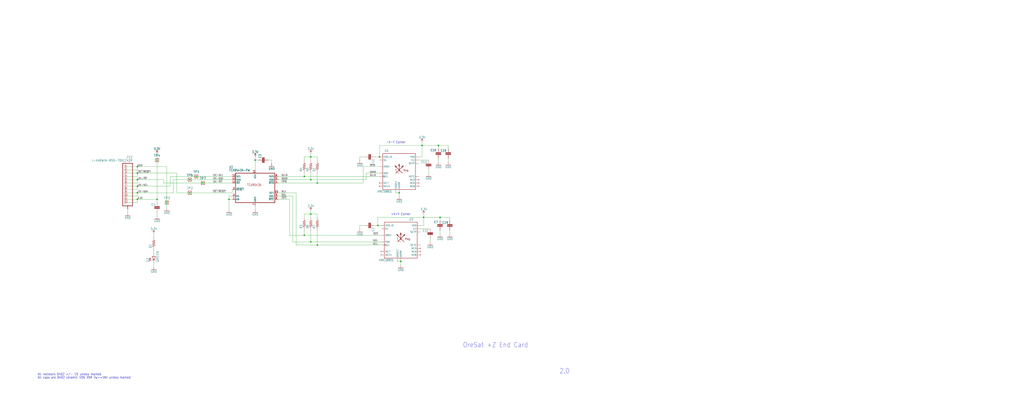
<source format=kicad_sch>
(kicad_sch (version 20211123) (generator eeschema)
  (paper "User" 795.02 317.906)
  (lib_symbols
    (symbol "plusz-end-cap-eagle-import:3.3V" (power)
      (property "Value" "3.3V" (at 0 2.794 0))
      (symbol "3.3V_1_0"
        (polyline (pts (xy 0 2.54) (xy -0.762 1.27)) (stroke (width 0.254)))
        (polyline (pts (xy 0.762 1.27) (xy 0 2.54)) (stroke (width 0.254)))
        (pin power_in line (at 0 0 90) (length 2.54) (name "3.3V") (number "1"))
      )
    )
    (symbol "plusz-end-cap-eagle-import:C-EU0402-B-NOSILK"
      (property "Reference" "C" (at 1.524 0.381 0))
      (property "Value" "C-EU0402-B-NOSILK" (at 1.524 -4.699 0))
      (symbol "C-EU0402-B-NOSILK_1_0"
        (rectangle (start -2.032 -2.032) (end 2.032 -1.524) (fill (type outline)))
        (rectangle (start -2.032 -1.016) (end 2.032 -0.508) (fill (type outline)))
        (polyline (pts (xy 0 -2.54) (xy 0 -2.032)) (stroke (width 0.1524)))
        (polyline (pts (xy 0 0) (xy 0 -0.508)) (stroke (width 0.1524)))
        (pin passive line (at 0 2.54 270) (length 2.54) (name "1") (number "1"))
        (pin passive line (at 0 -5.08 90) (length 2.54) (name "2") (number "2"))
      )
    )
    (symbol "plusz-end-cap-eagle-import:C-EU0603-B-NOSILK"
      (property "Reference" "C" (at 1.524 0.381 0))
      (property "Value" "C-EU0603-B-NOSILK" (at 1.524 -4.699 0))
      (symbol "C-EU0603-B-NOSILK_1_0"
        (rectangle (start -2.032 -2.032) (end 2.032 -1.524) (fill (type outline)))
        (rectangle (start -2.032 -1.016) (end 2.032 -0.508) (fill (type outline)))
        (polyline (pts (xy 0 -2.54) (xy 0 -2.032)) (stroke (width 0.1524)))
        (polyline (pts (xy 0 0) (xy 0 -0.508)) (stroke (width 0.1524)))
        (pin passive line (at 0 2.54 270) (length 2.54) (name "1") (number "1"))
        (pin passive line (at 0 -5.08 90) (length 2.54) (name "2") (number "2"))
      )
    )
    (symbol "plusz-end-cap-eagle-import:GND" (power)
      (property "Value" "GND" (at -2.54 -2.54 0))
      (symbol "GND_1_0"
        (polyline (pts (xy -1.905 0) (xy 1.905 0)) (stroke (width 0.254)))
        (pin power_in line (at 0 2.54 270) (length 2.54) (name "GND") (number "1"))
      )
    )
    (symbol "plusz-end-cap-eagle-import:HMC5883L-LGA-16"
      (property "Reference" "U" (at -6.35 19.05 0))
      (property "Value" "HMC5883L-LGA-16" (at 5.08 -12.7 0))
      (symbol "HMC5883L-LGA-16_1_0"
        (polyline (pts (xy -12.7 -10.16) (xy 12.7 -10.16)) (stroke (width 0.254)))
        (polyline (pts (xy -12.7 17.78) (xy -12.7 -10.16)) (stroke (width 0.254)))
        (polyline (pts (xy -3.175 8.255) (xy -2.54 6.985)) (stroke (width 0.3048)))
        (polyline (pts (xy -3.175 8.255) (xy 2.54 2.54)) (stroke (width 0.3048)))
        (polyline (pts (xy -2.54 2.54) (xy 3.175 8.255)) (stroke (width 0.3048)))
        (polyline (pts (xy -1.905 7.62) (xy -3.175 8.255)) (stroke (width 0.3048)))
        (polyline (pts (xy 0 3.81) (xy 0 9.525)) (stroke (width 0.3048)))
        (polyline (pts (xy 0 9.525) (xy -0.508 8.128)) (stroke (width 0.3048)))
        (polyline (pts (xy 0 9.525) (xy 0.508 8.128)) (stroke (width 0.3048)))
        (polyline (pts (xy 2.54 5.08) (xy 2.0828 5.7658)) (stroke (width 0.1524)))
        (polyline (pts (xy 2.54 5.08) (xy 2.8194 5.8674)) (stroke (width 0.1524)))
        (polyline (pts (xy 3.175 8.255) (xy 1.905 7.62)) (stroke (width 0.3048)))
        (polyline (pts (xy 3.175 8.255) (xy 2.54 6.985)) (stroke (width 0.3048)))
        (polyline (pts (xy 12.7 -10.16) (xy 12.7 17.78)) (stroke (width 0.254)))
        (polyline (pts (xy 12.7 17.78) (xy -12.7 17.78)) (stroke (width 0.254)))
        (arc (start 0 2.54) (mid 1.7961 3.2839) (end 2.54 5.08) (stroke (width 0.1524)))
        (text "Mag." (at -3.175 5.715 0) (effects (font (size 1.524 1.2954)) (justify right top)))
        (pin input clock (at 15.24 0 180) (length 2.54) (name "SCL") (number "1"))
        (pin passive line (at -15.24 12.7 0) (length 2.54) (name "C1") (number "10"))
        (pin power_in line (at 2.54 -12.7 90) (length 2.54) (name "GND11") (number "11"))
        (pin output line (at -15.24 0 0) (length 2.54) (name "SETC") (number "12"))
        (pin power_in line (at 15.24 15.24 180) (length 2.54) (name "VDD_IO") (number "13"))
        (pin no_connect line (at 15.24 -7.62 180) (length 2.54) (name "NC14") (number "14"))
        (pin output line (at 15.24 7.62 180) (length 2.54) (name "DRDY") (number "15"))
        (pin bidirectional line (at 15.24 2.54 180) (length 2.54) (name "SDA") (number "16"))
        (pin power_in line (at -15.24 15.24 0) (length 2.54) (name "VDD") (number "2"))
        (pin no_connect line (at -15.24 -2.54 0) (length 2.54) (name "NC3") (number "3"))
        (pin input line (at 15.24 12.7 180) (length 2.54) (name "S1") (number "4"))
        (pin no_connect line (at -15.24 -5.08 0) (length 2.54) (name "NC5") (number "5"))
        (pin no_connect line (at -15.24 -7.62 0) (length 2.54) (name "NC6") (number "6"))
        (pin no_connect line (at 15.24 -5.08 180) (length 2.54) (name "NC7") (number "7"))
        (pin passive line (at -15.24 10.16 0) (length 2.54) (name "SETP") (number "8"))
        (pin power_in line (at 0 -12.7 90) (length 2.54) (name "GND9") (number "9"))
      )
    )
    (symbol "plusz-end-cap-eagle-import:J-HARWIN-M55-70X1242R"
      (property "Reference" "CF" (at -6.35 19.05 0))
      (property "Value" "J-HARWIN-M55-70X1242R" (at -6.35 16.51 0))
      (symbol "J-HARWIN-M55-70X1242R_1_0"
        (polyline (pts (xy -6.35 -17.78) (xy 1.27 -17.78)) (stroke (width 0.4064)))
        (polyline (pts (xy -6.35 15.24) (xy -6.35 -17.78)) (stroke (width 0.4064)))
        (polyline (pts (xy 1.27 -17.78) (xy 1.27 15.24)) (stroke (width 0.4064)))
        (polyline (pts (xy 1.27 15.24) (xy -6.35 15.24)) (stroke (width 0.4064)))
        (pin passive inverted (at -2.54 12.7 0) (length 2.54) (name "1") (number "1"))
        (pin passive inverted (at -2.54 -10.16 0) (length 2.54) (name "10") (number "10"))
        (pin passive inverted (at -2.54 -12.7 0) (length 2.54) (name "11") (number "11"))
        (pin passive inverted (at -2.54 -15.24 0) (length 2.54) (name "12") (number "12"))
        (pin passive inverted (at -2.54 10.16 0) (length 2.54) (name "2") (number "2"))
        (pin passive inverted (at -2.54 7.62 0) (length 2.54) (name "3") (number "3"))
        (pin passive inverted (at -2.54 5.08 0) (length 2.54) (name "4") (number "4"))
        (pin passive inverted (at -2.54 2.54 0) (length 2.54) (name "5") (number "5"))
        (pin passive inverted (at -2.54 0 0) (length 2.54) (name "6") (number "6"))
        (pin passive inverted (at -2.54 -2.54 0) (length 2.54) (name "7") (number "7"))
        (pin passive inverted (at -2.54 -5.08 0) (length 2.54) (name "8") (number "8"))
        (pin passive inverted (at -2.54 -7.62 0) (length 2.54) (name "9") (number "9"))
        (pin passive line (at -2.54 -20.32 90) (length 2.54) (name "SHIELDS") (number "P$1"))
        (pin passive line (at -2.54 -20.32 90) (length 2.54) (name "SHIELDS") (number "P$2"))
        (pin passive line (at -2.54 -20.32 90) (length 2.54) (name "SHIELDS") (number "P$3"))
        (pin passive line (at -2.54 -20.32 90) (length 2.54) (name "SHIELDS") (number "P$4"))
      )
    )
    (symbol "plusz-end-cap-eagle-import:LED-GREEN0603"
      (property "Reference" "D" (at -3.429 -4.572 90))
      (property "Value" "LED-GREEN0603" (at 1.905 -4.572 90))
      (symbol "LED-GREEN0603_1_0"
        (polyline (pts (xy -2.032 -0.762) (xy -3.429 -2.159)) (stroke (width 0.1524)))
        (polyline (pts (xy -1.905 -1.905) (xy -3.302 -3.302)) (stroke (width 0.1524)))
        (polyline (pts (xy 0 -2.54) (xy -1.27 -2.54)) (stroke (width 0.254)))
        (polyline (pts (xy 0 -2.54) (xy -1.27 0)) (stroke (width 0.254)))
        (polyline (pts (xy 1.27 -2.54) (xy 0 -2.54)) (stroke (width 0.254)))
        (polyline (pts (xy 1.27 0) (xy -1.27 0)) (stroke (width 0.254)))
        (polyline (pts (xy 1.27 0) (xy 0 -2.54)) (stroke (width 0.254)))
        (polyline (pts (xy -3.429 -2.159) (xy -3.048 -1.27) (xy -2.54 -1.778)) (fill (type outline)))
        (polyline (pts (xy -3.302 -3.302) (xy -2.921 -2.413) (xy -2.413 -2.921)) (fill (type outline)))
        (pin passive line (at 0 2.54 270) (length 2.54) (name "A") (number "A"))
        (pin passive line (at 0 -5.08 90) (length 2.54) (name "C") (number "C"))
      )
    )
    (symbol "plusz-end-cap-eagle-import:R-US_0402-B-NOSILK"
      (property "Reference" "R" (at -3.81 1.4986 0))
      (property "Value" "R-US_0402-B-NOSILK" (at -3.81 -3.302 0))
      (symbol "R-US_0402-B-NOSILK_1_0"
        (polyline (pts (xy -2.54 0) (xy -2.159 1.016)) (stroke (width 0.2032)))
        (polyline (pts (xy -2.159 1.016) (xy -1.524 -1.016)) (stroke (width 0.2032)))
        (polyline (pts (xy -1.524 -1.016) (xy -0.889 1.016)) (stroke (width 0.2032)))
        (polyline (pts (xy -0.889 1.016) (xy -0.254 -1.016)) (stroke (width 0.2032)))
        (polyline (pts (xy -0.254 -1.016) (xy 0.381 1.016)) (stroke (width 0.2032)))
        (polyline (pts (xy 0.381 1.016) (xy 1.016 -1.016)) (stroke (width 0.2032)))
        (polyline (pts (xy 1.016 -1.016) (xy 1.651 1.016)) (stroke (width 0.2032)))
        (polyline (pts (xy 1.651 1.016) (xy 2.286 -1.016)) (stroke (width 0.2032)))
        (polyline (pts (xy 2.286 -1.016) (xy 2.54 0)) (stroke (width 0.2032)))
        (pin passive line (at -5.08 0 0) (length 2.54) (name "1") (number "1"))
        (pin passive line (at 5.08 0 180) (length 2.54) (name "2") (number "2"))
      )
    )
    (symbol "plusz-end-cap-eagle-import:TCA9543A-PW"
      (property "Reference" "U" (at 7.62 -15.24 0))
      (property "Value" "TCA9543A-PW" (at 7.62 -17.78 0))
      (symbol "TCA9543A-PW_1_0"
        (polyline (pts (xy -15.24 -12.7) (xy -15.24 10.16)) (stroke (width 0.4064)))
        (polyline (pts (xy -15.24 10.16) (xy 15.24 10.16)) (stroke (width 0.4064)))
        (polyline (pts (xy 15.24 -12.7) (xy -15.24 -12.7)) (stroke (width 0.4064)))
        (polyline (pts (xy 15.24 10.16) (xy 15.24 -12.7)) (stroke (width 0.4064)))
        (text "TCA9543A" (at -6.35 0 0) (effects (font (size 1.778 1.5113)) (justify left bottom)))
        (pin input line (at -17.78 -10.16 0) (length 2.54) (name "A0") (number "1"))
        (pin output line (at 17.78 -5.08 180) (length 2.54) (name "SC1") (number "10"))
        (pin open_collector line (at -17.78 2.54 0) (length 2.54) (name "~{INT}") (number "11"))
        (pin input line (at -17.78 7.62 0) (length 2.54) (name "SCL") (number "12"))
        (pin bidirectional line (at -17.78 5.08 0) (length 2.54) (name "SDA") (number "13"))
        (pin power_in line (at 0 12.7 270) (length 2.54) (name "VCC") (number "14"))
        (pin input line (at -17.78 -7.62 0) (length 2.54) (name "A1") (number "2"))
        (pin input line (at -17.78 -2.54 0) (length 2.54) (name "~{RESET}") (number "3"))
        (pin input line (at 17.78 2.54 180) (length 2.54) (name "~{INT0}") (number "4"))
        (pin bidirectional line (at 17.78 5.08 180) (length 2.54) (name "SD0") (number "5"))
        (pin output line (at 17.78 7.62 180) (length 2.54) (name "SC0") (number "6"))
        (pin power_in line (at 0 -15.24 90) (length 2.54) (name "GND") (number "7"))
        (pin input line (at 17.78 -10.16 180) (length 2.54) (name "~{INT1}") (number "8"))
        (pin bidirectional line (at 17.78 -7.62 180) (length 2.54) (name "SD1") (number "9"))
      )
    )
    (symbol "plusz-end-cap-eagle-import:TEST-POINT"
      (property "Reference" "TP" (at -5.08 2.54 0))
      (symbol "TEST-POINT_1_0"
        (polyline (pts (xy -1.27 -1.27) (xy -1.27 1.27)) (stroke (width 0.254)))
        (polyline (pts (xy -1.27 1.27) (xy 1.27 1.27)) (stroke (width 0.254)))
        (polyline (pts (xy 1.27 -1.27) (xy -1.27 -1.27)) (stroke (width 0.254)))
        (polyline (pts (xy 1.27 1.27) (xy 1.27 -1.27)) (stroke (width 0.254)))
        (pin passive line (at 0 0 0) (length 0) (name "1") (number "1"))
      )
    )
  )
  (junction (at 241.3 187.96))
  (junction (at 198.12 124.46))
  (junction (at 106.68 134.62))
  (junction (at 293.37 175.26))
  (junction (at 246.38 142.24))
  (junction (at 241.3 139.7))
  (junction (at 157.48 142.24))
  (junction (at 121.92 154.94))
  (junction (at 121.92 124.46))
  (junction (at 106.68 154.94))
  (junction (at 328.93 168.91))
  (junction (at 309.88 149.86))
  (junction (at 129.54 157.48))
  (junction (at 246.38 190.5))
  (junction (at 147.32 139.7))
  (junction (at 236.22 182.88))
  (junction (at 241.3 121.92))
  (junction (at 106.68 139.7))
  (junction (at 106.68 144.78))
  (junction (at 241.3 166.37))
  (junction (at 147.32 149.86))
  (junction (at 340.36 113.03))
  (junction (at 311.15 203.2))
  (junction (at 327.66 113.03))
  (junction (at 341.63 168.91))
  (junction (at 106.68 149.86))
  (junction (at 294.64 121.92))
  (junction (at 106.68 129.54))
  (junction (at 236.22 137.16))
  (junction (at 177.8 154.94))
  (junction (at 152.4 137.16))
  (wire (pts (xy 106.68 154.94) (xy 106.68 157.48)))
  (wire (pts (xy 341.63 181.61) (xy 341.63 179.07)))
  (wire (pts (xy 227.33 152.4) (xy 215.9 152.4)))
  (wire (pts (xy 293.37 175.26) (xy 293.37 168.91)))
  (wire (pts (xy 236.22 137.16) (xy 294.64 137.16)))
  (wire (pts (xy 106.68 132.08) (xy 99.06 132.08)))
  (wire (pts (xy 127 139.7) (xy 127 142.24)))
  (wire (pts (xy 106.68 134.62) (xy 137.16 134.62)))
  (wire (pts (xy 106.68 137.16) (xy 99.06 137.16)))
  (wire (pts (xy 121.92 157.48) (xy 121.92 154.94)))
  (wire (pts (xy 309.88 149.86) (xy 307.34 149.86)))
  (wire (pts (xy 241.3 134.62) (xy 241.3 139.7)))
  (wire (pts (xy 241.3 166.37) (xy 241.3 163.83)))
  (wire (pts (xy 347.98 125.73) (xy 347.98 123.19)))
  (wire (pts (xy 127 142.24) (xy 157.48 142.24)))
  (wire (pts (xy 106.68 157.48) (xy 99.06 157.48)))
  (wire (pts (xy 340.36 113.03) (xy 347.98 113.03)))
  (wire (pts (xy 284.48 139.7) (xy 284.48 134.62)))
  (wire (pts (xy 295.91 190.5) (xy 246.38 190.5)))
  (wire (pts (xy 241.3 139.7) (xy 284.48 139.7)))
  (wire (pts (xy 229.87 190.5) (xy 229.87 149.86)))
  (wire (pts (xy 340.36 113.03) (xy 340.36 115.57)))
  (wire (pts (xy 229.87 149.86) (xy 215.9 149.86)))
  (wire (pts (xy 279.4 121.92) (xy 283.21 121.92)))
  (wire (pts (xy 325.12 121.92) (xy 327.66 121.92)))
  (wire (pts (xy 227.33 187.96) (xy 227.33 152.4)))
  (wire (pts (xy 241.3 121.92) (xy 241.3 119.38)))
  (wire (pts (xy 295.91 175.26) (xy 293.37 175.26)))
  (wire (pts (xy 210.82 124.46) (xy 210.82 127)))
  (wire (pts (xy 180.34 137.16) (xy 152.4 137.16)))
  (wire (pts (xy 241.3 166.37) (xy 246.38 166.37)))
  (wire (pts (xy 106.68 152.4) (xy 99.06 152.4)))
  (wire (pts (xy 106.68 147.32) (xy 99.06 147.32)))
  (wire (pts (xy 106.68 142.24) (xy 99.06 142.24)))
  (wire (pts (xy 328.93 168.91) (xy 328.93 175.26)))
  (wire (pts (xy 332.74 132.08) (xy 332.74 134.62)))
  (wire (pts (xy 294.64 129.54) (xy 281.94 129.54)))
  (wire (pts (xy 246.38 121.92) (xy 246.38 124.46)))
  (wire (pts (xy 132.08 144.78) (xy 106.68 144.78)))
  (wire (pts (xy 134.62 149.86) (xy 106.68 149.86)))
  (wire (pts (xy 328.93 166.37) (xy 328.93 168.91)))
  (wire (pts (xy 236.22 179.07) (xy 236.22 182.88)))
  (wire (pts (xy 215.9 142.24) (xy 246.38 142.24)))
  (wire (pts (xy 283.21 175.26) (xy 279.4 175.26)))
  (wire (pts (xy 327.66 113.03) (xy 340.36 113.03)))
  (wire (pts (xy 99.06 154.94) (xy 106.68 154.94)))
  (wire (pts (xy 236.22 137.16) (xy 215.9 137.16)))
  (wire (pts (xy 119.38 181.61) (xy 119.38 184.15)))
  (wire (pts (xy 349.25 179.07) (xy 349.25 181.61)))
  (wire (pts (xy 236.22 121.92) (xy 241.3 121.92)))
  (wire (pts (xy 121.92 124.46) (xy 121.92 119.38)))
  (wire (pts (xy 334.01 177.8) (xy 326.39 177.8)))
  (wire (pts (xy 99.06 165.1) (xy 99.06 162.56)))
  (wire (pts (xy 129.54 129.54) (xy 129.54 157.48)))
  (wire (pts (xy 224.79 154.94) (xy 215.9 154.94)))
  (wire (pts (xy 241.3 166.37) (xy 241.3 168.91)))
  (wire (pts (xy 341.63 168.91) (xy 349.25 168.91)))
  (wire (pts (xy 137.16 149.86) (xy 147.32 149.86)))
  (wire (pts (xy 106.68 129.54) (xy 106.68 132.08)))
  (wire (pts (xy 121.92 154.94) (xy 121.92 124.46)))
  (wire (pts (xy 106.68 134.62) (xy 106.68 137.16)))
  (wire (pts (xy 294.64 134.62) (xy 284.48 134.62)))
  (wire (pts (xy 327.66 121.92) (xy 327.66 113.03)))
  (wire (pts (xy 200.66 124.46) (xy 198.12 124.46)))
  (wire (pts (xy 295.91 187.96) (xy 241.3 187.96)))
  (wire (pts (xy 134.62 139.7) (xy 134.62 149.86)))
  (wire (pts (xy 294.64 113.03) (xy 294.64 121.92)))
  (wire (pts (xy 281.94 129.54) (xy 281.94 142.24)))
  (wire (pts (xy 279.4 175.26) (xy 279.4 177.8)))
  (wire (pts (xy 327.66 113.03) (xy 327.66 110.49)))
  (wire (pts (xy 246.38 190.5) (xy 229.87 190.5)))
  (wire (pts (xy 106.68 129.54) (xy 129.54 129.54)))
  (wire (pts (xy 332.74 124.46) (xy 325.12 124.46)))
  (wire (pts (xy 246.38 166.37) (xy 246.38 168.91)))
  (wire (pts (xy 180.34 149.86) (xy 147.32 149.86)))
  (wire (pts (xy 241.3 179.07) (xy 241.3 187.96)))
  (wire (pts (xy 224.79 182.88) (xy 224.79 154.94)))
  (wire (pts (xy 215.9 139.7) (xy 241.3 139.7)))
  (wire (pts (xy 129.54 157.48) (xy 129.54 161.29)))
  (wire (pts (xy 106.68 139.7) (xy 127 139.7)))
  (wire (pts (xy 198.12 162.56) (xy 198.12 160.02)))
  (wire (pts (xy 121.92 165.1) (xy 121.92 167.64)))
  (wire (pts (xy 341.63 168.91) (xy 341.63 171.45)))
  (wire (pts (xy 106.68 139.7) (xy 106.68 142.24)))
  (wire (pts (xy 311.15 205.74) (xy 311.15 203.2)))
  (wire (pts (xy 309.88 149.86) (xy 309.88 152.4)))
  (wire (pts (xy 246.38 134.62) (xy 246.38 142.24)))
  (wire (pts (xy 340.36 123.19) (xy 340.36 125.73)))
  (wire (pts (xy 198.12 121.92) (xy 198.12 124.46)))
  (wire (pts (xy 99.06 134.62) (xy 106.68 134.62)))
  (wire (pts (xy 241.3 121.92) (xy 246.38 121.92)))
  (wire (pts (xy 180.34 154.94) (xy 177.8 154.94)))
  (wire (pts (xy 180.34 147.32) (xy 180.34 149.86)))
  (wire (pts (xy 241.3 121.92) (xy 241.3 124.46)))
  (wire (pts (xy 293.37 175.26) (xy 290.83 175.26)))
  (wire (pts (xy 99.06 139.7) (xy 106.68 139.7)))
  (wire (pts (xy 152.4 137.16) (xy 132.08 137.16)))
  (wire (pts (xy 236.22 166.37) (xy 241.3 166.37)))
  (wire (pts (xy 119.38 194.31) (xy 119.38 196.85)))
  (wire (pts (xy 290.83 121.92) (xy 294.64 121.92)))
  (wire (pts (xy 311.15 203.2) (xy 308.61 203.2)))
  (wire (pts (xy 132.08 137.16) (xy 132.08 144.78)))
  (wire (pts (xy 208.28 124.46) (xy 210.82 124.46)))
  (wire (pts (xy 334.01 185.42) (xy 334.01 187.96)))
  (wire (pts (xy 246.38 179.07) (xy 246.38 190.5)))
  (wire (pts (xy 106.68 144.78) (xy 106.68 147.32)))
  (wire (pts (xy 177.8 162.56) (xy 177.8 154.94)))
  (wire (pts (xy 279.4 121.92) (xy 279.4 124.46)))
  (wire (pts (xy 106.68 154.94) (xy 121.92 154.94)))
  (wire (pts (xy 99.06 129.54) (xy 106.68 129.54)))
  (wire (pts (xy 246.38 142.24) (xy 281.94 142.24)))
  (wire (pts (xy 99.06 149.86) (xy 106.68 149.86)))
  (wire (pts (xy 106.68 149.86) (xy 106.68 152.4)))
  (wire (pts (xy 99.06 144.78) (xy 106.68 144.78)))
  (wire (pts (xy 119.38 204.47) (xy 119.38 207.01)))
  (wire (pts (xy 180.34 139.7) (xy 147.32 139.7)))
  (wire (pts (xy 147.32 139.7) (xy 134.62 139.7)))
  (wire (pts (xy 236.22 134.62) (xy 236.22 137.16)))
  (wire (pts (xy 241.3 187.96) (xy 227.33 187.96)))
  (wire (pts (xy 177.8 152.4) (xy 180.34 152.4)))
  (wire (pts (xy 180.34 142.24) (xy 157.48 142.24)))
  (wire (pts (xy 328.93 175.26) (xy 326.39 175.26)))
  (wire (pts (xy 293.37 168.91) (xy 328.93 168.91)))
  (wire (pts (xy 236.22 168.91) (xy 236.22 166.37)))
  (wire (pts (xy 349.25 168.91) (xy 349.25 171.45)))
  (wire (pts (xy 137.16 134.62) (xy 137.16 149.86)))
  (wire (pts (xy 177.8 154.94) (xy 177.8 152.4)))
  (wire (pts (xy 236.22 182.88) (xy 224.79 182.88)))
  (wire (pts (xy 294.64 113.03) (xy 327.66 113.03)))
  (wire (pts (xy 236.22 124.46) (xy 236.22 121.92)))
  (wire (pts (xy 198.12 124.46) (xy 198.12 132.08)))
  (wire (pts (xy 295.91 182.88) (xy 236.22 182.88)))
  (wire (pts (xy 347.98 113.03) (xy 347.98 115.57)))
  (wire (pts (xy 328.93 168.91) (xy 341.63 168.91)))
  (text "2.0" (at 434.34 290.83 180) (effects (font (size 3.81 3.2385)) (justify left bottom)))
  (text "All caps are 0402 ceramic 10% X5R Vw>=16V unless marked" (at 29.21 294.64 0) (effects (font (size 1.778 1.5113)) (justify left bottom)))
  (text "OreSat +Z End Card" (at 359.41 270.51 180) (effects (font (size 3.81 3.2385)) (justify left bottom)))
  (text "+X+Y Corner" (at 318.77 167.64 180) (effects (font (size 1.778 1.5113)) (justify right bottom)))
  (text "-X-Y Corner" (at 314.96 111.76 180) (effects (font (size 1.778 1.5113)) (justify right bottom)))
  (text "All resistors 0402 +/- 1% unless marked" (at 29.21 292.1 180) (effects (font (size 1.778 1.5113)) (justify left bottom)))
  (label "I2C-SDA" (at 106.68 149.86 0) (effects (font (size 1.2446 1.2446))))
  (label "I2C-~{INT}" (at 165.1 142.24 0) (effects (font (size 1.2446 1.2446))))
  (label "SDA0" (at 218.44 139.7 0) (effects (font (size 1.2446 1.2446))))
  (label "SD1" (at 218.44 152.4 0) (effects (font (size 1.2446 1.2446))))
  (label "~{I2C-RESET}" (at 165.1 149.86 0) (effects (font (size 1.2446 1.2446))))
  (label "I2C-~{INT}" (at 106.68 139.7 0) (effects (font (size 1.2446 1.2446))))
  (label "~{I2C-RESET}" (at 106.68 134.62 0) (effects (font (size 1.2446 1.2446))))
  (label "SC1" (at 218.44 149.86 0) (effects (font (size 1.2446 1.2446))))
  (label "3.3V" (at 106.68 154.94 0) (effects (font (size 1.2446 1.2446))))
  (label "I2C-SCL" (at 106.68 144.78 0) (effects (font (size 1.2446 1.2446))))
  (label "~{INT1}" (at 218.44 154.94 0) (effects (font (size 1.2446 1.2446))))
  (label "~{INT0}" (at 218.44 142.24 0) (effects (font (size 1.2446 1.2446))))
  (label "SCL0" (at 218.44 137.16 0) (effects (font (size 1.2446 1.2446))))
  (label "~{INT0}" (at 287.02 129.54 0) (effects (font (size 1.2446 1.2446))))
  (label "I2C-SDA" (at 165.1 139.7 0) (effects (font (size 1.2446 1.2446))))
  (label "SD1" (at 289.56 187.96 0) (effects (font (size 1.2446 1.2446))))
  (label "~{INT1}" (at 289.56 182.88 0) (effects (font (size 1.2446 1.2446))))
  (label "SC1" (at 289.56 190.5 0) (effects (font (size 1.2446 1.2446))))
  (label "SCL0" (at 287.02 137.16 0) (effects (font (size 1.2446 1.2446))))
  (label "SDA0" (at 287.02 134.62 0) (effects (font (size 1.2446 1.2446))))
  (label "GND" (at 106.68 129.54 0) (effects (font (size 1.2446 1.2446))))
  (label "I2C-SCL" (at 165.1 137.16 0) (effects (font (size 1.2446 1.2446))))
  (symbol (lib_id "plusz-end-cap-eagle-import:HMC5883L-LGA-16") (at 309.88 137.16 0) (mirror y) (unit 1)
    (property "Reference" "U4" (at 298.45 118.11 0) (effects (font (size 1.778 1.5113)) (justify right bottom)))
    (property "Value" "HMC5883L" (at 304.8 149.86 0) (effects (font (size 1.778 1.5113)) (justify left bottom)))
    (property "Footprint" "plusz-end-cap:QLGA-16(3X3)" (effects hide))
  )
  (symbol (lib_id "plusz-end-cap-eagle-import:R-US_0402-B-NOSILK") (at 236.22 129.54 90) (unit 1)
    (property "Reference" "R4" (at 234.7214 133.35 0) (effects (font (size 1.778 1.5113)) (justify left bottom)))
    (property "Value" "4.7k" (at 234.95 128.27 0) (effects (font (size 1.778 1.5113)) (justify left bottom)))
    (property "Footprint" "plusz-end-cap:.0402-B-NOSILK" (effects hide))
    (property "Value" "4.7k" (effects hide))
    (property "Value" "4.7k" (effects hide))
    (property "Value" "4.7k" (effects hide))
    (property "Value" "4.7k" (effects hide))
  )
  (symbol (lib_id "plusz-end-cap-eagle-import:GND") (at 279.4 127 0) (mirror y) (unit 1)
    (property "Reference" "#GND11" (effects hide))
    (property "Value" "GND" (at 281.94 129.54 0) (effects (font (size 1.778 1.5113)) (justify left bottom)))
    (property "Footprint" "plusz-end-cap:" (effects hide))
  )
  (symbol (lib_id "plusz-end-cap-eagle-import:GND") (at 129.54 163.83 0) (mirror y) (unit 1)
    (property "Reference" "#GND25" (effects hide))
    (property "Value" "GND" (at 132.08 166.37 0) (effects (font (size 1.778 1.5113)) (justify left bottom)))
    (property "Footprint" "plusz-end-cap:" (effects hide))
  )
  (symbol (lib_id "plusz-end-cap-eagle-import:R-US_0402-B-NOSILK") (at 119.38 189.23 90) (unit 1)
    (property "Reference" "R2" (at 117.8814 193.04 0) (effects (font (size 1.778 1.5113)) (justify left bottom)))
    (property "Value" "2.7k" (at 122.682 193.04 0) (effects (font (size 1.778 1.5113)) (justify left bottom)))
    (property "Footprint" "plusz-end-cap:.0402-B-NOSILK" (effects hide))
    (property "Value" "2.7k" (effects hide))
    (property "Value" "2.7k" (effects hide))
    (property "Value" "2.7k" (effects hide))
    (property "Value" "2.7k" (effects hide))
  )
  (symbol (lib_id "plusz-end-cap-eagle-import:LED-GREEN0603") (at 119.38 199.39 0) (unit 1)
    (property "Reference" "D2" (at 115.951 203.962 90) (effects (font (size 1.778 1.778)) (justify left bottom)))
    (property "Value" "GREEN" (at 121.285 203.962 90) (effects (font (size 1.778 1.778)) (justify left top)))
    (property "Footprint" "plusz-end-cap:LED-0603" (effects hide))
  )
  (symbol (lib_id "plusz-end-cap-eagle-import:3.3V") (at 328.93 166.37 0) (unit 1)
    (property "Reference" "#SUPPLY3" (effects hide))
    (property "Value" "3.3V" (at 328.93 163.576 0) (effects (font (size 1.778 1.5113)) (justify bottom)))
    (property "Footprint" "plusz-end-cap:" (effects hide))
  )
  (symbol (lib_id "plusz-end-cap-eagle-import:J-HARWIN-M55-70X1242R") (at 96.52 142.24 0) (mirror y) (unit 1)
    (property "Reference" "CF2" (at 102.87 123.19 0) (effects (font (size 1.778 1.5113)) (justify left bottom)))
    (property "Value" "J-HARWIN-M55-70X1242R" (at 102.87 125.73 0) (effects (font (size 1.778 1.5113)) (justify left bottom)))
    (property "Footprint" "plusz-end-cap:HARWIN-M55-70X1242R" (effects hide))
  )
  (symbol (lib_id "plusz-end-cap-eagle-import:C-EU0402-B-NOSILK") (at 340.36 118.11 0) (mirror y) (unit 1)
    (property "Reference" "C10" (at 338.836 117.729 0) (effects (font (size 1.778 1.5113)) (justify left bottom)))
    (property "Value" "100n" (at 338.836 122.809 0) (effects (font (size 1.778 1.5113)) (justify left bottom)))
    (property "Footprint" "plusz-end-cap:.0402-B-NOSILK" (effects hide))
    (property "Value" "100n" (effects hide))
    (property "Value" "100n" (effects hide))
    (property "Value" "100n" (effects hide))
    (property "Value" "100n" (effects hide))
  )
  (symbol (lib_id "plusz-end-cap-eagle-import:C-EU0402-B-NOSILK") (at 288.29 175.26 270) (unit 1)
    (property "Reference" "C2" (at 288.671 176.784 0) (effects (font (size 1.778 1.5113)) (justify left bottom)))
    (property "Value" "100n" (at 283.591 176.784 0) (effects (font (size 1.778 1.5113)) (justify left bottom)))
    (property "Footprint" "plusz-end-cap:.0402-B-NOSILK" (effects hide))
    (property "Value" "100n" (effects hide))
    (property "Value" "100n" (effects hide))
    (property "Value" "100n" (effects hide))
    (property "Value" "100n" (effects hide))
  )
  (symbol (lib_id "plusz-end-cap-eagle-import:R-US_0402-B-NOSILK") (at 241.3 173.99 90) (unit 1)
    (property "Reference" "R6" (at 239.8014 177.8 0) (effects (font (size 1.778 1.5113)) (justify left bottom)))
    (property "Value" "4.7k" (at 240.03 172.72 0) (effects (font (size 1.778 1.5113)) (justify left bottom)))
    (property "Footprint" "plusz-end-cap:.0402-B-NOSILK" (effects hide))
    (property "Value" "4.7k" (effects hide))
    (property "Value" "4.7k" (effects hide))
    (property "Value" "4.7k" (effects hide))
    (property "Value" "4.7k" (effects hide))
  )
  (symbol (lib_id "plusz-end-cap-eagle-import:HMC5883L-LGA-16") (at 311.15 190.5 0) (mirror y) (unit 1)
    (property "Reference" "U3" (at 317.5 171.45 0) (effects (font (size 1.778 1.5113)) (justify right bottom)))
    (property "Value" "HMC5883L" (at 306.07 203.2 0) (effects (font (size 1.778 1.5113)) (justify left bottom)))
    (property "Footprint" "plusz-end-cap:QLGA-16(3X3)" (effects hide))
  )
  (symbol (lib_id "plusz-end-cap-eagle-import:3.3V") (at 241.3 163.83 0) (mirror y) (unit 1)
    (property "Reference" "#SUPPLY4" (effects hide))
    (property "Value" "3.3V" (at 241.3 161.036 0) (effects (font (size 1.778 1.5113)) (justify bottom)))
    (property "Footprint" "plusz-end-cap:" (effects hide))
  )
  (symbol (lib_id "plusz-end-cap-eagle-import:3.3V") (at 241.3 119.38 0) (mirror y) (unit 1)
    (property "Reference" "#SUPPLY5" (effects hide))
    (property "Value" "3.3V" (at 241.3 116.586 0) (effects (font (size 1.778 1.5113)) (justify bottom)))
    (property "Footprint" "plusz-end-cap:" (effects hide))
  )
  (symbol (lib_id "plusz-end-cap-eagle-import:C-EU0402-B-NOSILK") (at 341.63 173.99 0) (mirror y) (unit 1)
    (property "Reference" "C7" (at 340.106 173.609 0) (effects (font (size 1.778 1.5113)) (justify left bottom)))
    (property "Value" "100n" (at 340.106 178.689 0) (effects (font (size 1.778 1.5113)) (justify left bottom)))
    (property "Footprint" "plusz-end-cap:.0402-B-NOSILK" (effects hide))
    (property "Value" "100n" (effects hide))
    (property "Value" "100n" (effects hide))
    (property "Value" "100n" (effects hide))
    (property "Value" "100n" (effects hide))
  )
  (symbol (lib_id "plusz-end-cap-eagle-import:R-US_0402-B-NOSILK") (at 241.3 129.54 90) (unit 1)
    (property "Reference" "R5" (at 239.8014 133.35 0) (effects (font (size 1.778 1.5113)) (justify left bottom)))
    (property "Value" "4.7k" (at 240.03 128.27 0) (effects (font (size 1.778 1.5113)) (justify left bottom)))
    (property "Footprint" "plusz-end-cap:.0402-B-NOSILK" (effects hide))
    (property "Value" "4.7k" (effects hide))
    (property "Value" "4.7k" (effects hide))
    (property "Value" "4.7k" (effects hide))
    (property "Value" "4.7k" (effects hide))
  )
  (symbol (lib_id "plusz-end-cap-eagle-import:GND") (at 279.4 180.34 0) (mirror y) (unit 1)
    (property "Reference" "#GND10" (effects hide))
    (property "Value" "GND" (at 281.94 182.88 0) (effects (font (size 1.778 1.5113)) (justify left bottom)))
    (property "Footprint" "plusz-end-cap:" (effects hide))
  )
  (symbol (lib_id "plusz-end-cap-eagle-import:GND") (at 334.01 190.5 0) (mirror y) (unit 1)
    (property "Reference" "#GND5" (effects hide))
    (property "Value" "GND" (at 336.55 193.04 0) (effects (font (size 1.778 1.5113)) (justify left bottom)))
    (property "Footprint" "plusz-end-cap:" (effects hide))
  )
  (symbol (lib_id "plusz-end-cap-eagle-import:C-EU0603-B-NOSILK") (at 332.74 127 0) (mirror y) (unit 1)
    (property "Reference" "C13" (at 331.47 127 0) (effects (font (size 1.778 1.5113)) (justify left bottom)))
    (property "Value" "10u" (at 331.47 132.08 0) (effects (font (size 1.778 1.5113)) (justify left bottom)))
    (property "Footprint" "plusz-end-cap:.0603-B-NOSILK" (effects hide))
    (property "Value" "10u" (effects hide))
    (property "Value" "10u" (effects hide))
    (property "Value" "10u" (effects hide))
    (property "Value" "10u" (effects hide))
  )
  (symbol (lib_id "plusz-end-cap-eagle-import:GND") (at 210.82 129.54 0) (mirror y) (unit 1)
    (property "Reference" "#GND7" (effects hide))
    (property "Value" "GND" (at 213.36 132.08 0) (effects (font (size 1.778 1.5113)) (justify left bottom)))
    (property "Footprint" "plusz-end-cap:" (effects hide))
  )
  (symbol (lib_id "plusz-end-cap-eagle-import:GND") (at 119.38 209.55 0) (mirror y) (unit 1)
    (property "Reference" "#GND8" (effects hide))
    (property "Value" "GND" (at 121.92 212.09 0) (effects (font (size 1.778 1.5113)) (justify left bottom)))
    (property "Footprint" "plusz-end-cap:" (effects hide))
  )
  (symbol (lib_id "plusz-end-cap-eagle-import:GND") (at 198.12 165.1 0) (mirror y) (unit 1)
    (property "Reference" "#GND3" (effects hide))
    (property "Value" "GND" (at 200.66 167.64 0) (effects (font (size 1.778 1.5113)) (justify left bottom)))
    (property "Footprint" "plusz-end-cap:" (effects hide))
  )
  (symbol (lib_id "plusz-end-cap-eagle-import:C-EU0603-B-NOSILK") (at 347.98 118.11 0) (mirror y) (unit 1)
    (property "Reference" "C15" (at 346.71 118.11 0) (effects (font (size 1.778 1.5113)) (justify left bottom)))
    (property "Value" "4.7u" (at 346.71 123.19 0) (effects (font (size 1.778 1.5113)) (justify left bottom)))
    (property "Footprint" "plusz-end-cap:.0603-B-NOSILK" (effects hide))
    (property "Value" "4.7u" (effects hide))
    (property "Value" "4.7u" (effects hide))
    (property "Value" "4.7u" (effects hide))
    (property "Value" "4.7u" (effects hide))
  )
  (symbol (lib_id "plusz-end-cap-eagle-import:GND") (at 121.92 170.18 0) (mirror y) (unit 1)
    (property "Reference" "#GND9" (effects hide))
    (property "Value" "GND" (at 124.46 172.72 0) (effects (font (size 1.778 1.5113)) (justify left bottom)))
    (property "Footprint" "plusz-end-cap:" (effects hide))
  )
  (symbol (lib_id "plusz-end-cap-eagle-import:3.3V") (at 121.92 119.38 0) (unit 1)
    (property "Reference" "#SUPPLY6" (effects hide))
    (property "Value" "3.3V" (at 121.92 116.586 0) (effects (font (size 1.778 1.5113)) (justify bottom)))
    (property "Footprint" "plusz-end-cap:" (effects hide))
  )
  (symbol (lib_id "plusz-end-cap-eagle-import:3.3V") (at 198.12 121.92 0) (mirror y) (unit 1)
    (property "Reference" "#SUPPLY1" (effects hide))
    (property "Value" "3.3V" (at 198.12 119.126 0) (effects (font (size 1.778 1.5113)) (justify bottom)))
    (property "Footprint" "plusz-end-cap:" (effects hide))
  )
  (symbol (lib_id "plusz-end-cap-eagle-import:GND") (at 349.25 184.15 0) (mirror y) (unit 1)
    (property "Reference" "#GND22" (effects hide))
    (property "Value" "GND" (at 351.79 186.69 0) (effects (font (size 1.778 1.5113)) (justify left bottom)))
    (property "Footprint" "plusz-end-cap:" (effects hide))
  )
  (symbol (lib_id "plusz-end-cap-eagle-import:GND") (at 347.98 128.27 0) (mirror y) (unit 1)
    (property "Reference" "#GND23" (effects hide))
    (property "Value" "GND" (at 350.52 130.81 0) (effects (font (size 1.778 1.5113)) (justify left bottom)))
    (property "Footprint" "plusz-end-cap:" (effects hide))
  )
  (symbol (lib_id "plusz-end-cap-eagle-import:C-EU0603-B-NOSILK") (at 349.25 173.99 0) (mirror y) (unit 1)
    (property "Reference" "C19" (at 347.98 173.99 0) (effects (font (size 1.778 1.5113)) (justify left bottom)))
    (property "Value" "4.7u" (at 347.98 179.07 0) (effects (font (size 1.778 1.5113)) (justify left bottom)))
    (property "Footprint" "plusz-end-cap:.0603-B-NOSILK" (effects hide))
    (property "Value" "4.7u" (effects hide))
    (property "Value" "4.7u" (effects hide))
    (property "Value" "4.7u" (effects hide))
    (property "Value" "4.7u" (effects hide))
  )
  (symbol (lib_id "plusz-end-cap-eagle-import:TCA9543A-PW") (at 198.12 144.78 0) (unit 1)
    (property "Reference" "U1" (at 177.8 130.81 0) (effects (font (size 1.778 1.5113)) (justify left bottom)))
    (property "Value" "TCA9543A-PW" (at 177.8 133.35 0) (effects (font (size 1.778 1.5113)) (justify left bottom)))
    (property "Footprint" "plusz-end-cap:TSSOP14-0.65-5.4X4.4MM" (effects hide))
  )
  (symbol (lib_id "plusz-end-cap-eagle-import:GND") (at 309.88 154.94 0) (mirror y) (unit 1)
    (property "Reference" "#GND1" (effects hide))
    (property "Value" "GND" (at 312.42 157.48 0) (effects (font (size 1.778 1.5113)) (justify left bottom)))
    (property "Footprint" "plusz-end-cap:" (effects hide))
  )
  (symbol (lib_id "plusz-end-cap-eagle-import:C-EU0402-B-NOSILK") (at 203.2 124.46 90) (unit 1)
    (property "Reference" "C3" (at 202.819 122.936 0) (effects (font (size 1.778 1.5113)) (justify left bottom)))
    (property "Value" "100n" (at 207.899 122.936 0) (effects (font (size 1.778 1.5113)) (justify left bottom)))
    (property "Footprint" "plusz-end-cap:.0402-B-NOSILK" (effects hide))
    (property "Value" "100n" (effects hide))
    (property "Value" "100n" (effects hide))
    (property "Value" "100n" (effects hide))
    (property "Value" "100n" (effects hide))
  )
  (symbol (lib_id "plusz-end-cap-eagle-import:TEST-POINT") (at 157.48 142.24 0) (mirror y) (unit 1)
    (property "Reference" "TP7" (at 154.94 139.7 0) (effects (font (size 1.778 1.778)) (justify right bottom)))
    (property "Value" "TEST-POINT" (effects hide))
    (property "Footprint" "plusz-end-cap:2MM-TEST-POINT" (effects hide))
  )
  (symbol (lib_id "plusz-end-cap-eagle-import:TEST-POINT") (at 147.32 139.7 0) (mirror y) (unit 1)
    (property "Reference" "TP6" (at 144.78 137.16 0) (effects (font (size 1.778 1.778)) (justify right bottom)))
    (property "Value" "TEST-POINT" (effects hide))
    (property "Footprint" "plusz-end-cap:2MM-TEST-POINT" (effects hide))
  )
  (symbol (lib_id "plusz-end-cap-eagle-import:C-EU0402-B-NOSILK") (at 288.29 121.92 270) (unit 1)
    (property "Reference" "C1" (at 288.671 123.444 0) (effects (font (size 1.778 1.5113)) (justify left bottom)))
    (property "Value" "100n" (at 283.591 123.444 0) (effects (font (size 1.778 1.5113)) (justify left bottom)))
    (property "Footprint" "plusz-end-cap:.0402-B-NOSILK" (effects hide))
    (property "Value" "100n" (effects hide))
    (property "Value" "100n" (effects hide))
    (property "Value" "100n" (effects hide))
    (property "Value" "100n" (effects hide))
  )
  (symbol (lib_id "plusz-end-cap-eagle-import:R-US_0402-B-NOSILK") (at 246.38 173.99 90) (unit 1)
    (property "Reference" "R7" (at 244.8814 177.8 0) (effects (font (size 1.778 1.5113)) (justify left bottom)))
    (property "Value" "4.7k" (at 245.11 172.72 0) (effects (font (size 1.778 1.5113)) (justify left bottom)))
    (property "Footprint" "plusz-end-cap:.0402-B-NOSILK" (effects hide))
    (property "Value" "4.7k" (effects hide))
    (property "Value" "4.7k" (effects hide))
    (property "Value" "4.7k" (effects hide))
    (property "Value" "4.7k" (effects hide))
  )
  (symbol (lib_id "plusz-end-cap-eagle-import:TEST-POINT") (at 152.4 137.16 0) (mirror y) (unit 1)
    (property "Reference" "TP1" (at 149.86 134.62 0) (effects (font (size 1.778 1.778)) (justify right bottom)))
    (property "Value" "TEST-POINT" (effects hide))
    (property "Footprint" "plusz-end-cap:2MM-TEST-POINT" (effects hide))
  )
  (symbol (lib_id "plusz-end-cap-eagle-import:R-US_0402-B-NOSILK") (at 246.38 129.54 90) (unit 1)
    (property "Reference" "R1" (at 244.8814 133.35 0) (effects (font (size 1.778 1.5113)) (justify left bottom)))
    (property "Value" "4.7k" (at 245.11 128.27 0) (effects (font (size 1.778 1.5113)) (justify left bottom)))
    (property "Footprint" "plusz-end-cap:.0402-B-NOSILK" (effects hide))
    (property "Value" "4.7k" (effects hide))
    (property "Value" "4.7k" (effects hide))
    (property "Value" "4.7k" (effects hide))
    (property "Value" "4.7k" (effects hide))
  )
  (symbol (lib_id "plusz-end-cap-eagle-import:GND") (at 99.06 167.64 0) (mirror y) (unit 1)
    (property "Reference" "#GND24" (effects hide))
    (property "Value" "GND" (at 101.6 170.18 0) (effects (font (size 1.778 1.5113)) (justify left bottom)))
    (property "Footprint" "plusz-end-cap:" (effects hide))
  )
  (symbol (lib_id "plusz-end-cap-eagle-import:R-US_0402-B-NOSILK") (at 236.22 173.99 90) (unit 1)
    (property "Reference" "R3" (at 234.7214 177.8 0) (effects (font (size 1.778 1.5113)) (justify left bottom)))
    (property "Value" "4.7k" (at 234.95 172.72 0) (effects (font (size 1.778 1.5113)) (justify left bottom)))
    (property "Footprint" "plusz-end-cap:.0402-B-NOSILK" (effects hide))
    (property "Value" "4.7k" (effects hide))
    (property "Value" "4.7k" (effects hide))
    (property "Value" "4.7k" (effects hide))
    (property "Value" "4.7k" (effects hide))
  )
  (symbol (lib_id "plusz-end-cap-eagle-import:TEST-POINT") (at 147.32 149.86 0) (mirror y) (unit 1)
    (property "Reference" "TP2" (at 144.78 147.32 0) (effects (font (size 1.778 1.778)) (justify right bottom)))
    (property "Value" "TEST-POINT" (effects hide))
    (property "Footprint" "plusz-end-cap:2MM-TEST-POINT" (effects hide))
  )
  (symbol (lib_id "plusz-end-cap-eagle-import:GND") (at 332.74 137.16 0) (mirror y) (unit 1)
    (property "Reference" "#GND6" (effects hide))
    (property "Value" "GND" (at 335.28 139.7 0) (effects (font (size 1.778 1.5113)) (justify left bottom)))
    (property "Footprint" "plusz-end-cap:" (effects hide))
  )
  (symbol (lib_id "plusz-end-cap-eagle-import:TEST-POINT") (at 129.54 157.48 0) (mirror y) (unit 1)
    (property "Reference" "TP3" (at 127 154.94 0) (effects (font (size 1.778 1.778)) (justify right bottom)))
    (property "Value" "TEST-POINT" (effects hide))
    (property "Footprint" "plusz-end-cap:2MM-TEST-POINT" (effects hide))
  )
  (symbol (lib_id "plusz-end-cap-eagle-import:TEST-POINT") (at 121.92 124.46 0) (mirror y) (unit 1)
    (property "Reference" "TP4" (at 119.38 121.92 0) (effects (font (size 1.778 1.778)) (justify right bottom)))
    (property "Value" "TEST-POINT" (effects hide))
    (property "Footprint" "plusz-end-cap:2MM-TEST-POINT" (effects hide))
  )
  (symbol (lib_id "plusz-end-cap-eagle-import:3.3V") (at 119.38 181.61 0) (unit 1)
    (property "Reference" "#SUPPLY8" (effects hide))
    (property "Value" "3.3V" (at 119.38 178.816 0) (effects (font (size 1.778 1.5113)) (justify bottom)))
    (property "Footprint" "plusz-end-cap:" (effects hide))
  )
  (symbol (lib_id "plusz-end-cap-eagle-import:C-EU0603-B-NOSILK") (at 334.01 180.34 0) (mirror y) (unit 1)
    (property "Reference" "C12" (at 332.74 180.34 0) (effects (font (size 1.778 1.5113)) (justify left bottom)))
    (property "Value" "10u" (at 332.74 185.42 0) (effects (font (size 1.778 1.5113)) (justify left bottom)))
    (property "Footprint" "plusz-end-cap:.0603-B-NOSILK" (effects hide))
    (property "Value" "10u" (effects hide))
    (property "Value" "10u" (effects hide))
    (property "Value" "10u" (effects hide))
    (property "Value" "10u" (effects hide))
  )
  (symbol (lib_id "plusz-end-cap-eagle-import:GND") (at 341.63 184.15 0) (mirror y) (unit 1)
    (property "Reference" "#GND14" (effects hide))
    (property "Value" "GND" (at 344.17 186.69 0) (effects (font (size 1.778 1.5113)) (justify left bottom)))
    (property "Footprint" "plusz-end-cap:" (effects hide))
  )
  (symbol (lib_id "plusz-end-cap-eagle-import:3.3V") (at 327.66 110.49 0) (unit 1)
    (property "Reference" "#SUPPLY2" (effects hide))
    (property "Value" "3.3V" (at 327.66 107.696 0) (effects (font (size 1.778 1.5113)) (justify bottom)))
    (property "Footprint" "plusz-end-cap:" (effects hide))
  )
  (symbol (lib_id "plusz-end-cap-eagle-import:GND") (at 340.36 128.27 0) (mirror y) (unit 1)
    (property "Reference" "#GND20" (effects hide))
    (property "Value" "GND" (at 342.9 130.81 0) (effects (font (size 1.778 1.5113)) (justify left bottom)))
    (property "Footprint" "plusz-end-cap:" (effects hide))
  )
  (symbol (lib_id "plusz-end-cap-eagle-import:C-EU0603-B-NOSILK") (at 121.92 160.02 0) (mirror y) (unit 1)
    (property "Reference" "C4" (at 120.65 160.02 0) (effects (font (size 1.778 1.5113)) (justify left bottom)))
    (property "Value" "10u" (at 120.65 165.1 0) (effects (font (size 1.778 1.5113)) (justify left bottom)))
    (property "Footprint" "plusz-end-cap:.0603-B-NOSILK" (effects hide))
    (property "Value" "10u" (effects hide))
    (property "Value" "10u" (effects hide))
    (property "Value" "10u" (effects hide))
    (property "Value" "10u" (effects hide))
  )
  (symbol (lib_id "plusz-end-cap-eagle-import:GND") (at 311.15 208.28 0) (mirror y) (unit 1)
    (property "Reference" "#GND2" (effects hide))
    (property "Value" "GND" (at 313.69 210.82 0) (effects (font (size 1.778 1.5113)) (justify left bottom)))
    (property "Footprint" "plusz-end-cap:" (effects hide))
  )
  (symbol (lib_id "plusz-end-cap-eagle-import:GND") (at 177.8 165.1 0) (mirror y) (unit 1)
    (property "Reference" "#GND4" (effects hide))
    (property "Value" "GND" (at 180.34 167.64 0) (effects (font (size 1.778 1.5113)) (justify left bottom)))
    (property "Footprint" "plusz-end-cap:" (effects hide))
  )
)
</source>
